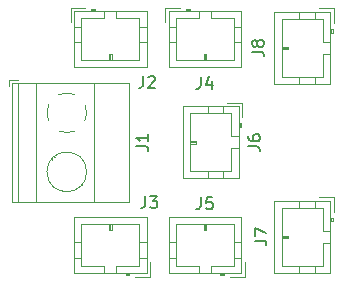
<source format=gbr>
%TF.GenerationSoftware,KiCad,Pcbnew,(6.0.4-0)*%
%TF.CreationDate,2022-05-13T17:31:48+02:00*%
%TF.ProjectId,vcc_distributor,7663635f-6469-4737-9472-696275746f72,rev?*%
%TF.SameCoordinates,Original*%
%TF.FileFunction,Legend,Top*%
%TF.FilePolarity,Positive*%
%FSLAX46Y46*%
G04 Gerber Fmt 4.6, Leading zero omitted, Abs format (unit mm)*
G04 Created by KiCad (PCBNEW (6.0.4-0)) date 2022-05-13 17:31:48*
%MOMM*%
%LPD*%
G01*
G04 APERTURE LIST*
%ADD10C,0.150000*%
%ADD11C,0.120000*%
G04 APERTURE END LIST*
D10*
%TO.C,J3*%
X111966666Y-63552380D02*
X111966666Y-64266666D01*
X111919047Y-64409523D01*
X111823809Y-64504761D01*
X111680952Y-64552380D01*
X111585714Y-64552380D01*
X112347619Y-63552380D02*
X112966666Y-63552380D01*
X112633333Y-63933333D01*
X112776190Y-63933333D01*
X112871428Y-63980952D01*
X112919047Y-64028571D01*
X112966666Y-64123809D01*
X112966666Y-64361904D01*
X112919047Y-64457142D01*
X112871428Y-64504761D01*
X112776190Y-64552380D01*
X112490476Y-64552380D01*
X112395238Y-64504761D01*
X112347619Y-64457142D01*
%TO.C,J2*%
X111766666Y-53402380D02*
X111766666Y-54116666D01*
X111719047Y-54259523D01*
X111623809Y-54354761D01*
X111480952Y-54402380D01*
X111385714Y-54402380D01*
X112195238Y-53497619D02*
X112242857Y-53450000D01*
X112338095Y-53402380D01*
X112576190Y-53402380D01*
X112671428Y-53450000D01*
X112719047Y-53497619D01*
X112766666Y-53592857D01*
X112766666Y-53688095D01*
X112719047Y-53830952D01*
X112147619Y-54402380D01*
X112766666Y-54402380D01*
%TO.C,J6*%
X120652380Y-59333333D02*
X121366666Y-59333333D01*
X121509523Y-59380952D01*
X121604761Y-59476190D01*
X121652380Y-59619047D01*
X121652380Y-59714285D01*
X120652380Y-58428571D02*
X120652380Y-58619047D01*
X120700000Y-58714285D01*
X120747619Y-58761904D01*
X120890476Y-58857142D01*
X121080952Y-58904761D01*
X121461904Y-58904761D01*
X121557142Y-58857142D01*
X121604761Y-58809523D01*
X121652380Y-58714285D01*
X121652380Y-58523809D01*
X121604761Y-58428571D01*
X121557142Y-58380952D01*
X121461904Y-58333333D01*
X121223809Y-58333333D01*
X121128571Y-58380952D01*
X121080952Y-58428571D01*
X121033333Y-58523809D01*
X121033333Y-58714285D01*
X121080952Y-58809523D01*
X121128571Y-58857142D01*
X121223809Y-58904761D01*
%TO.C,J4*%
X116666666Y-53452380D02*
X116666666Y-54166666D01*
X116619047Y-54309523D01*
X116523809Y-54404761D01*
X116380952Y-54452380D01*
X116285714Y-54452380D01*
X117571428Y-53785714D02*
X117571428Y-54452380D01*
X117333333Y-53404761D02*
X117095238Y-54119047D01*
X117714285Y-54119047D01*
%TO.C,J8*%
X121002380Y-51333333D02*
X121716666Y-51333333D01*
X121859523Y-51380952D01*
X121954761Y-51476190D01*
X122002380Y-51619047D01*
X122002380Y-51714285D01*
X121430952Y-50714285D02*
X121383333Y-50809523D01*
X121335714Y-50857142D01*
X121240476Y-50904761D01*
X121192857Y-50904761D01*
X121097619Y-50857142D01*
X121050000Y-50809523D01*
X121002380Y-50714285D01*
X121002380Y-50523809D01*
X121050000Y-50428571D01*
X121097619Y-50380952D01*
X121192857Y-50333333D01*
X121240476Y-50333333D01*
X121335714Y-50380952D01*
X121383333Y-50428571D01*
X121430952Y-50523809D01*
X121430952Y-50714285D01*
X121478571Y-50809523D01*
X121526190Y-50857142D01*
X121621428Y-50904761D01*
X121811904Y-50904761D01*
X121907142Y-50857142D01*
X121954761Y-50809523D01*
X122002380Y-50714285D01*
X122002380Y-50523809D01*
X121954761Y-50428571D01*
X121907142Y-50380952D01*
X121811904Y-50333333D01*
X121621428Y-50333333D01*
X121526190Y-50380952D01*
X121478571Y-50428571D01*
X121430952Y-50523809D01*
%TO.C,J7*%
X121202380Y-67333333D02*
X121916666Y-67333333D01*
X122059523Y-67380952D01*
X122154761Y-67476190D01*
X122202380Y-67619047D01*
X122202380Y-67714285D01*
X121202380Y-66952380D02*
X121202380Y-66285714D01*
X122202380Y-66714285D01*
%TO.C,J5*%
X116666666Y-63652380D02*
X116666666Y-64366666D01*
X116619047Y-64509523D01*
X116523809Y-64604761D01*
X116380952Y-64652380D01*
X116285714Y-64652380D01*
X117619047Y-63652380D02*
X117142857Y-63652380D01*
X117095238Y-64128571D01*
X117142857Y-64080952D01*
X117238095Y-64033333D01*
X117476190Y-64033333D01*
X117571428Y-64080952D01*
X117619047Y-64128571D01*
X117666666Y-64223809D01*
X117666666Y-64461904D01*
X117619047Y-64557142D01*
X117571428Y-64604761D01*
X117476190Y-64652380D01*
X117238095Y-64652380D01*
X117142857Y-64604761D01*
X117095238Y-64557142D01*
%TO.C,J1*%
X111202380Y-59333333D02*
X111916666Y-59333333D01*
X112059523Y-59380952D01*
X112154761Y-59476190D01*
X112202380Y-59619047D01*
X112202380Y-59714285D01*
X112202380Y-58333333D02*
X112202380Y-58904761D01*
X112202380Y-58619047D02*
X111202380Y-58619047D01*
X111345238Y-58714285D01*
X111440476Y-58809523D01*
X111488095Y-58904761D01*
D11*
%TO.C,J3*%
X111450000Y-65950000D02*
X106550000Y-65950000D01*
X109100000Y-65950000D02*
X109100000Y-66450000D01*
X110600000Y-70260000D02*
X110600000Y-70060000D01*
X109000000Y-65950000D02*
X109000000Y-66450000D01*
X112060000Y-65340000D02*
X105940000Y-65340000D01*
X111110000Y-70360000D02*
X112360000Y-70360000D01*
X110300000Y-70160000D02*
X110600000Y-70160000D01*
X109500000Y-70060000D02*
X109500000Y-69450000D01*
X108500000Y-69450000D02*
X108500000Y-70060000D01*
X110300000Y-70260000D02*
X110600000Y-70260000D01*
X105940000Y-65340000D02*
X105940000Y-70060000D01*
X105940000Y-70060000D02*
X112060000Y-70060000D01*
X105940000Y-67450000D02*
X106550000Y-67450000D01*
X112060000Y-68750000D02*
X111450000Y-68750000D01*
X112060000Y-67450000D02*
X111450000Y-67450000D01*
X110300000Y-70060000D02*
X110300000Y-70260000D01*
X106550000Y-69450000D02*
X108500000Y-69450000D01*
X109500000Y-69450000D02*
X111450000Y-69450000D01*
X105940000Y-68750000D02*
X106550000Y-68750000D01*
X112360000Y-70360000D02*
X112360000Y-69110000D01*
X112060000Y-70060000D02*
X112060000Y-65340000D01*
X109100000Y-66450000D02*
X108900000Y-66450000D01*
X111450000Y-69450000D02*
X111450000Y-65950000D01*
X108900000Y-66450000D02*
X108900000Y-65950000D01*
X106550000Y-65950000D02*
X106550000Y-69450000D01*
%TO.C,J2*%
X112060000Y-49200000D02*
X111450000Y-49200000D01*
X107700000Y-47790000D02*
X107400000Y-47790000D01*
X107400000Y-47690000D02*
X107400000Y-47890000D01*
X108900000Y-51500000D02*
X109100000Y-51500000D01*
X108500000Y-48500000D02*
X106550000Y-48500000D01*
X106550000Y-52000000D02*
X111450000Y-52000000D01*
X105940000Y-47890000D02*
X105940000Y-52610000D01*
X112060000Y-52610000D02*
X112060000Y-47890000D01*
X111450000Y-48500000D02*
X109500000Y-48500000D01*
X112060000Y-50500000D02*
X111450000Y-50500000D01*
X107700000Y-47690000D02*
X107400000Y-47690000D01*
X109100000Y-51500000D02*
X109100000Y-52000000D01*
X107700000Y-47890000D02*
X107700000Y-47690000D01*
X112060000Y-47890000D02*
X105940000Y-47890000D01*
X105640000Y-47590000D02*
X105640000Y-48840000D01*
X106890000Y-47590000D02*
X105640000Y-47590000D01*
X106550000Y-48500000D02*
X106550000Y-52000000D01*
X109000000Y-52000000D02*
X109000000Y-51500000D01*
X108900000Y-52000000D02*
X108900000Y-51500000D01*
X109500000Y-48500000D02*
X109500000Y-47890000D01*
X105940000Y-50500000D02*
X106550000Y-50500000D01*
X105940000Y-49200000D02*
X106550000Y-49200000D01*
X108500000Y-47890000D02*
X108500000Y-48500000D01*
X111450000Y-52000000D02*
X111450000Y-48500000D01*
X105940000Y-52610000D02*
X112060000Y-52610000D01*
%TO.C,J6*%
X115140000Y-55940000D02*
X115140000Y-62060000D01*
X119960000Y-57700000D02*
X119960000Y-57400000D01*
X118550000Y-55940000D02*
X118550000Y-56550000D01*
X119250000Y-61450000D02*
X119250000Y-59500000D01*
X117250000Y-62060000D02*
X117250000Y-61450000D01*
X115750000Y-59000000D02*
X116250000Y-59000000D01*
X116250000Y-58900000D02*
X116250000Y-59100000D01*
X120060000Y-57700000D02*
X120060000Y-57400000D01*
X119250000Y-59500000D02*
X119860000Y-59500000D01*
X115750000Y-58900000D02*
X116250000Y-58900000D01*
X120060000Y-57400000D02*
X119860000Y-57400000D01*
X119860000Y-62060000D02*
X119860000Y-55940000D01*
X119250000Y-58500000D02*
X119250000Y-56550000D01*
X115750000Y-56550000D02*
X115750000Y-61450000D01*
X118550000Y-62060000D02*
X118550000Y-61450000D01*
X120160000Y-55640000D02*
X118910000Y-55640000D01*
X119860000Y-57700000D02*
X120060000Y-57700000D01*
X116250000Y-59100000D02*
X115750000Y-59100000D01*
X120160000Y-56890000D02*
X120160000Y-55640000D01*
X119860000Y-55940000D02*
X115140000Y-55940000D01*
X119250000Y-56550000D02*
X115750000Y-56550000D01*
X117250000Y-55940000D02*
X117250000Y-56550000D01*
X115750000Y-61450000D02*
X119250000Y-61450000D01*
X119860000Y-58500000D02*
X119250000Y-58500000D01*
X115140000Y-62060000D02*
X119860000Y-62060000D01*
%TO.C,J4*%
X114890000Y-47590000D02*
X113640000Y-47590000D01*
X116900000Y-52000000D02*
X116900000Y-51500000D01*
X113940000Y-50500000D02*
X114550000Y-50500000D01*
X115700000Y-47790000D02*
X115400000Y-47790000D01*
X116500000Y-47890000D02*
X116500000Y-48500000D01*
X113940000Y-49200000D02*
X114550000Y-49200000D01*
X120060000Y-52610000D02*
X120060000Y-47890000D01*
X114550000Y-48500000D02*
X114550000Y-52000000D01*
X115400000Y-47690000D02*
X115400000Y-47890000D01*
X117100000Y-51500000D02*
X117100000Y-52000000D01*
X113640000Y-47590000D02*
X113640000Y-48840000D01*
X115700000Y-47690000D02*
X115400000Y-47690000D01*
X115700000Y-47890000D02*
X115700000Y-47690000D01*
X113940000Y-47890000D02*
X113940000Y-52610000D01*
X117500000Y-48500000D02*
X117500000Y-47890000D01*
X119450000Y-48500000D02*
X117500000Y-48500000D01*
X113940000Y-52610000D02*
X120060000Y-52610000D01*
X120060000Y-49200000D02*
X119450000Y-49200000D01*
X119450000Y-52000000D02*
X119450000Y-48500000D01*
X117000000Y-52000000D02*
X117000000Y-51500000D01*
X116500000Y-48500000D02*
X114550000Y-48500000D01*
X120060000Y-50500000D02*
X119450000Y-50500000D01*
X120060000Y-47890000D02*
X113940000Y-47890000D01*
X114550000Y-52000000D02*
X119450000Y-52000000D01*
X116900000Y-51500000D02*
X117100000Y-51500000D01*
%TO.C,J8*%
X127610000Y-50500000D02*
X127000000Y-50500000D01*
X127810000Y-49400000D02*
X127610000Y-49400000D01*
X122890000Y-47940000D02*
X122890000Y-54060000D01*
X127000000Y-50500000D02*
X127000000Y-48550000D01*
X124000000Y-50900000D02*
X124000000Y-51100000D01*
X126300000Y-47940000D02*
X126300000Y-48550000D01*
X127000000Y-48550000D02*
X123500000Y-48550000D01*
X127610000Y-54060000D02*
X127610000Y-47940000D01*
X126300000Y-54060000D02*
X126300000Y-53450000D01*
X123500000Y-53450000D02*
X127000000Y-53450000D01*
X127910000Y-47640000D02*
X126660000Y-47640000D01*
X123500000Y-51000000D02*
X124000000Y-51000000D01*
X123500000Y-50900000D02*
X124000000Y-50900000D01*
X123500000Y-48550000D02*
X123500000Y-53450000D01*
X127710000Y-49700000D02*
X127710000Y-49400000D01*
X125000000Y-54060000D02*
X125000000Y-53450000D01*
X122890000Y-54060000D02*
X127610000Y-54060000D01*
X127000000Y-53450000D02*
X127000000Y-51500000D01*
X127000000Y-51500000D02*
X127610000Y-51500000D01*
X127610000Y-47940000D02*
X122890000Y-47940000D01*
X125000000Y-47940000D02*
X125000000Y-48550000D01*
X124000000Y-51100000D02*
X123500000Y-51100000D01*
X127610000Y-49700000D02*
X127810000Y-49700000D01*
X127810000Y-49700000D02*
X127810000Y-49400000D01*
X127910000Y-48890000D02*
X127910000Y-47640000D01*
%TO.C,J7*%
X127610000Y-66500000D02*
X127000000Y-66500000D01*
X127810000Y-65700000D02*
X127810000Y-65400000D01*
X122890000Y-70060000D02*
X127610000Y-70060000D01*
X123500000Y-67000000D02*
X124000000Y-67000000D01*
X127710000Y-65700000D02*
X127710000Y-65400000D01*
X127610000Y-63940000D02*
X122890000Y-63940000D01*
X127000000Y-66500000D02*
X127000000Y-64550000D01*
X123500000Y-66900000D02*
X124000000Y-66900000D01*
X127000000Y-64550000D02*
X123500000Y-64550000D01*
X126300000Y-70060000D02*
X126300000Y-69450000D01*
X125000000Y-63940000D02*
X125000000Y-64550000D01*
X127000000Y-69450000D02*
X127000000Y-67500000D01*
X127910000Y-63640000D02*
X126660000Y-63640000D01*
X123500000Y-69450000D02*
X127000000Y-69450000D01*
X124000000Y-66900000D02*
X124000000Y-67100000D01*
X122890000Y-63940000D02*
X122890000Y-70060000D01*
X127910000Y-64890000D02*
X127910000Y-63640000D01*
X124000000Y-67100000D02*
X123500000Y-67100000D01*
X127810000Y-65400000D02*
X127610000Y-65400000D01*
X123500000Y-64550000D02*
X123500000Y-69450000D01*
X126300000Y-63940000D02*
X126300000Y-64550000D01*
X125000000Y-70060000D02*
X125000000Y-69450000D01*
X127610000Y-65700000D02*
X127810000Y-65700000D01*
X127610000Y-70060000D02*
X127610000Y-63940000D01*
X127000000Y-67500000D02*
X127610000Y-67500000D01*
%TO.C,J5*%
X113940000Y-67450000D02*
X114550000Y-67450000D01*
X118600000Y-70260000D02*
X118600000Y-70060000D01*
X113940000Y-70060000D02*
X120060000Y-70060000D01*
X113940000Y-68750000D02*
X114550000Y-68750000D01*
X119450000Y-69450000D02*
X119450000Y-65950000D01*
X117500000Y-69450000D02*
X119450000Y-69450000D01*
X117100000Y-65950000D02*
X117100000Y-66450000D01*
X114550000Y-65950000D02*
X114550000Y-69450000D01*
X116900000Y-66450000D02*
X116900000Y-65950000D01*
X117500000Y-70060000D02*
X117500000Y-69450000D01*
X120360000Y-70360000D02*
X120360000Y-69110000D01*
X119450000Y-65950000D02*
X114550000Y-65950000D01*
X117100000Y-66450000D02*
X116900000Y-66450000D01*
X114550000Y-69450000D02*
X116500000Y-69450000D01*
X119110000Y-70360000D02*
X120360000Y-70360000D01*
X120060000Y-67450000D02*
X119450000Y-67450000D01*
X120060000Y-65340000D02*
X113940000Y-65340000D01*
X117000000Y-65950000D02*
X117000000Y-66450000D01*
X120060000Y-70060000D02*
X120060000Y-65340000D01*
X116500000Y-69450000D02*
X116500000Y-70060000D01*
X113940000Y-65340000D02*
X113940000Y-70060000D01*
X120060000Y-68750000D02*
X119450000Y-68750000D01*
X118300000Y-70160000D02*
X118600000Y-70160000D01*
X118300000Y-70060000D02*
X118300000Y-70260000D01*
X118300000Y-70260000D02*
X118600000Y-70260000D01*
%TO.C,J1*%
X106580000Y-62570000D02*
X106544000Y-62535000D01*
X104282000Y-60273000D02*
X104236000Y-60226000D01*
X110566000Y-64060000D02*
X100645000Y-64060000D01*
X104066000Y-60466000D02*
X104031000Y-60431000D01*
X100645000Y-53940000D02*
X100645000Y-64060000D01*
X107606000Y-53940000D02*
X107606000Y-64060000D01*
X102705000Y-53940000D02*
X102705000Y-64060000D01*
X100405000Y-53700000D02*
X100405000Y-54200000D01*
X110566000Y-53940000D02*
X100645000Y-53940000D01*
X101145000Y-53700000D02*
X100405000Y-53700000D01*
X106374000Y-62775000D02*
X106328000Y-62728000D01*
X101205000Y-53940000D02*
X101205000Y-64060000D01*
X110566000Y-53940000D02*
X110566000Y-64060000D01*
X106840000Y-57184000D02*
G75*
G03*
X106840427Y-55816958I-1534993J684001D01*
G01*
X105989000Y-54965000D02*
G75*
G03*
X104621958Y-54964573I-684001J-1534993D01*
G01*
X103625000Y-56500000D02*
G75*
G03*
X103770244Y-57183318I1680000J0D01*
G01*
X103770000Y-55816000D02*
G75*
G03*
X103624747Y-56528805I1535001J-683999D01*
G01*
X104621000Y-58035001D02*
G75*
G03*
X105988042Y-58035427I684000J1535001D01*
G01*
X106985000Y-61500000D02*
G75*
G03*
X106985000Y-61500000I-1680000J0D01*
G01*
%TD*%
M02*

</source>
